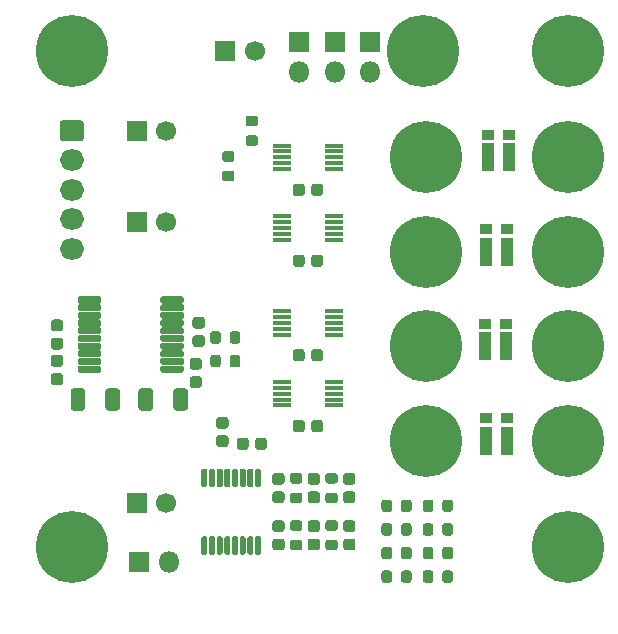
<source format=gbr>
%TF.GenerationSoftware,KiCad,Pcbnew,(5.1.6)-1*%
%TF.CreationDate,2021-10-10T19:01:51-07:00*%
%TF.ProjectId,PV Panel Monitor,50562050-616e-4656-9c20-4d6f6e69746f,rev?*%
%TF.SameCoordinates,Original*%
%TF.FileFunction,Soldermask,Top*%
%TF.FilePolarity,Negative*%
%FSLAX46Y46*%
G04 Gerber Fmt 4.6, Leading zero omitted, Abs format (unit mm)*
G04 Created by KiCad (PCBNEW (5.1.6)-1) date 2021-10-10 19:01:51*
%MOMM*%
%LPD*%
G01*
G04 APERTURE LIST*
%ADD10O,1.800000X1.800000*%
%ADD11R,1.800000X1.800000*%
%ADD12O,2.050000X1.800000*%
%ADD13C,1.700000*%
%ADD14R,1.700000X1.700000*%
%ADD15R,1.500000X0.400000*%
%ADD16C,6.100000*%
%ADD17C,0.900000*%
%ADD18R,1.110000X0.862000*%
%ADD19R,1.110000X2.387000*%
G04 APERTURE END LIST*
D10*
%TO.C,TP4*%
X62250000Y-97250000D03*
D11*
X59710000Y-97250000D03*
%TD*%
D10*
%TO.C,TP3*%
X76250000Y-55790000D03*
D11*
X76250000Y-53250000D03*
%TD*%
D10*
%TO.C,TP2*%
X79250000Y-55790000D03*
D11*
X79250000Y-53250000D03*
%TD*%
D10*
%TO.C,TP1*%
X73250000Y-55790000D03*
D11*
X73250000Y-53250000D03*
%TD*%
D12*
%TO.C,J1*%
X54000000Y-70750000D03*
X54000000Y-68250000D03*
X54000000Y-65750000D03*
X54000000Y-63250000D03*
G36*
G01*
X53239706Y-59850000D02*
X54760294Y-59850000D01*
G75*
G02*
X55025000Y-60114706I0J-264706D01*
G01*
X55025000Y-61385294D01*
G75*
G02*
X54760294Y-61650000I-264706J0D01*
G01*
X53239706Y-61650000D01*
G75*
G02*
X52975000Y-61385294I0J264706D01*
G01*
X52975000Y-60114706D01*
G75*
G02*
X53239706Y-59850000I264706J0D01*
G01*
G37*
%TD*%
D13*
%TO.C,C22*%
X62000000Y-68500000D03*
D14*
X59500000Y-68500000D03*
%TD*%
%TO.C,C19*%
G36*
G01*
X52475000Y-78275000D02*
X53025000Y-78275000D01*
G75*
G02*
X53275000Y-78525000I0J-250000D01*
G01*
X53275000Y-79025000D01*
G75*
G02*
X53025000Y-79275000I-250000J0D01*
G01*
X52475000Y-79275000D01*
G75*
G02*
X52225000Y-79025000I0J250000D01*
G01*
X52225000Y-78525000D01*
G75*
G02*
X52475000Y-78275000I250000J0D01*
G01*
G37*
G36*
G01*
X52475000Y-76725000D02*
X53025000Y-76725000D01*
G75*
G02*
X53275000Y-76975000I0J-250000D01*
G01*
X53275000Y-77475000D01*
G75*
G02*
X53025000Y-77725000I-250000J0D01*
G01*
X52475000Y-77725000D01*
G75*
G02*
X52225000Y-77475000I0J250000D01*
G01*
X52225000Y-76975000D01*
G75*
G02*
X52475000Y-76725000I250000J0D01*
G01*
G37*
%TD*%
D15*
%TO.C,U4*%
X76200000Y-82000000D03*
X76200000Y-82500000D03*
X76200000Y-83000000D03*
X76200000Y-83500000D03*
X76200000Y-84000000D03*
X71800000Y-84000000D03*
X71800000Y-83500000D03*
X71800000Y-83000000D03*
X71800000Y-82500000D03*
X71800000Y-82000000D03*
%TD*%
%TO.C,U3*%
X76200000Y-76000000D03*
X76200000Y-76500000D03*
X76200000Y-77000000D03*
X76200000Y-77500000D03*
X76200000Y-78000000D03*
X71800000Y-78000000D03*
X71800000Y-77500000D03*
X71800000Y-77000000D03*
X71800000Y-76500000D03*
X71800000Y-76000000D03*
%TD*%
%TO.C,U1*%
X76200000Y-62000000D03*
X76200000Y-62500000D03*
X76200000Y-63000000D03*
X76200000Y-63500000D03*
X76200000Y-64000000D03*
X71800000Y-64000000D03*
X71800000Y-63500000D03*
X71800000Y-63000000D03*
X71800000Y-62500000D03*
X71800000Y-62000000D03*
%TD*%
%TO.C,R20*%
G36*
G01*
X68950000Y-61125000D02*
X69550000Y-61125000D01*
G75*
G02*
X69775000Y-61350000I0J-225000D01*
G01*
X69775000Y-61800000D01*
G75*
G02*
X69550000Y-62025000I-225000J0D01*
G01*
X68950000Y-62025000D01*
G75*
G02*
X68725000Y-61800000I0J225000D01*
G01*
X68725000Y-61350000D01*
G75*
G02*
X68950000Y-61125000I225000J0D01*
G01*
G37*
G36*
G01*
X68950000Y-59475000D02*
X69550000Y-59475000D01*
G75*
G02*
X69775000Y-59700000I0J-225000D01*
G01*
X69775000Y-60150000D01*
G75*
G02*
X69550000Y-60375000I-225000J0D01*
G01*
X68950000Y-60375000D01*
G75*
G02*
X68725000Y-60150000I0J225000D01*
G01*
X68725000Y-59700000D01*
G75*
G02*
X68950000Y-59475000I225000J0D01*
G01*
G37*
%TD*%
%TO.C,R19*%
G36*
G01*
X66950000Y-64125000D02*
X67550000Y-64125000D01*
G75*
G02*
X67775000Y-64350000I0J-225000D01*
G01*
X67775000Y-64800000D01*
G75*
G02*
X67550000Y-65025000I-225000J0D01*
G01*
X66950000Y-65025000D01*
G75*
G02*
X66725000Y-64800000I0J225000D01*
G01*
X66725000Y-64350000D01*
G75*
G02*
X66950000Y-64125000I225000J0D01*
G01*
G37*
G36*
G01*
X66950000Y-62475000D02*
X67550000Y-62475000D01*
G75*
G02*
X67775000Y-62700000I0J-225000D01*
G01*
X67775000Y-63150000D01*
G75*
G02*
X67550000Y-63375000I-225000J0D01*
G01*
X66950000Y-63375000D01*
G75*
G02*
X66725000Y-63150000I0J225000D01*
G01*
X66725000Y-62700000D01*
G75*
G02*
X66950000Y-62475000I225000J0D01*
G01*
G37*
%TD*%
%TO.C,U2*%
X76200000Y-68000000D03*
X76200000Y-68500000D03*
X76200000Y-69000000D03*
X76200000Y-69500000D03*
X76200000Y-70000000D03*
X71800000Y-70000000D03*
X71800000Y-69500000D03*
X71800000Y-69000000D03*
X71800000Y-68500000D03*
X71800000Y-68000000D03*
%TD*%
%TO.C,C21*%
G36*
G01*
X55150000Y-82821738D02*
X55150000Y-84178262D01*
G75*
G02*
X54878262Y-84450000I-271738J0D01*
G01*
X54171738Y-84450000D01*
G75*
G02*
X53900000Y-84178262I0J271738D01*
G01*
X53900000Y-82821738D01*
G75*
G02*
X54171738Y-82550000I271738J0D01*
G01*
X54878262Y-82550000D01*
G75*
G02*
X55150000Y-82821738I0J-271738D01*
G01*
G37*
G36*
G01*
X58100000Y-82821738D02*
X58100000Y-84178262D01*
G75*
G02*
X57828262Y-84450000I-271738J0D01*
G01*
X57121738Y-84450000D01*
G75*
G02*
X56850000Y-84178262I0J271738D01*
G01*
X56850000Y-82821738D01*
G75*
G02*
X57121738Y-82550000I271738J0D01*
G01*
X57828262Y-82550000D01*
G75*
G02*
X58100000Y-82821738I0J-271738D01*
G01*
G37*
%TD*%
%TO.C,C20*%
G36*
G01*
X62600000Y-84178262D02*
X62600000Y-82821738D01*
G75*
G02*
X62871738Y-82550000I271738J0D01*
G01*
X63578262Y-82550000D01*
G75*
G02*
X63850000Y-82821738I0J-271738D01*
G01*
X63850000Y-84178262D01*
G75*
G02*
X63578262Y-84450000I-271738J0D01*
G01*
X62871738Y-84450000D01*
G75*
G02*
X62600000Y-84178262I0J271738D01*
G01*
G37*
G36*
G01*
X59650000Y-84178262D02*
X59650000Y-82821738D01*
G75*
G02*
X59921738Y-82550000I271738J0D01*
G01*
X60628262Y-82550000D01*
G75*
G02*
X60900000Y-82821738I0J-271738D01*
G01*
X60900000Y-84178262D01*
G75*
G02*
X60628262Y-84450000I-271738J0D01*
G01*
X59921738Y-84450000D01*
G75*
G02*
X59650000Y-84178262I0J271738D01*
G01*
G37*
%TD*%
D13*
%TO.C,C15*%
X62000000Y-60750000D03*
D14*
X59500000Y-60750000D03*
%TD*%
%TO.C,U5*%
G36*
G01*
X65350000Y-90925000D02*
X65100000Y-90925000D01*
G75*
G02*
X64975000Y-90800000I0J125000D01*
G01*
X64975000Y-89475000D01*
G75*
G02*
X65100000Y-89350000I125000J0D01*
G01*
X65350000Y-89350000D01*
G75*
G02*
X65475000Y-89475000I0J-125000D01*
G01*
X65475000Y-90800000D01*
G75*
G02*
X65350000Y-90925000I-125000J0D01*
G01*
G37*
G36*
G01*
X66000000Y-90925000D02*
X65750000Y-90925000D01*
G75*
G02*
X65625000Y-90800000I0J125000D01*
G01*
X65625000Y-89475000D01*
G75*
G02*
X65750000Y-89350000I125000J0D01*
G01*
X66000000Y-89350000D01*
G75*
G02*
X66125000Y-89475000I0J-125000D01*
G01*
X66125000Y-90800000D01*
G75*
G02*
X66000000Y-90925000I-125000J0D01*
G01*
G37*
G36*
G01*
X66650000Y-90925000D02*
X66400000Y-90925000D01*
G75*
G02*
X66275000Y-90800000I0J125000D01*
G01*
X66275000Y-89475000D01*
G75*
G02*
X66400000Y-89350000I125000J0D01*
G01*
X66650000Y-89350000D01*
G75*
G02*
X66775000Y-89475000I0J-125000D01*
G01*
X66775000Y-90800000D01*
G75*
G02*
X66650000Y-90925000I-125000J0D01*
G01*
G37*
G36*
G01*
X67300000Y-90925000D02*
X67050000Y-90925000D01*
G75*
G02*
X66925000Y-90800000I0J125000D01*
G01*
X66925000Y-89475000D01*
G75*
G02*
X67050000Y-89350000I125000J0D01*
G01*
X67300000Y-89350000D01*
G75*
G02*
X67425000Y-89475000I0J-125000D01*
G01*
X67425000Y-90800000D01*
G75*
G02*
X67300000Y-90925000I-125000J0D01*
G01*
G37*
G36*
G01*
X67950000Y-90925000D02*
X67700000Y-90925000D01*
G75*
G02*
X67575000Y-90800000I0J125000D01*
G01*
X67575000Y-89475000D01*
G75*
G02*
X67700000Y-89350000I125000J0D01*
G01*
X67950000Y-89350000D01*
G75*
G02*
X68075000Y-89475000I0J-125000D01*
G01*
X68075000Y-90800000D01*
G75*
G02*
X67950000Y-90925000I-125000J0D01*
G01*
G37*
G36*
G01*
X68600000Y-90925000D02*
X68350000Y-90925000D01*
G75*
G02*
X68225000Y-90800000I0J125000D01*
G01*
X68225000Y-89475000D01*
G75*
G02*
X68350000Y-89350000I125000J0D01*
G01*
X68600000Y-89350000D01*
G75*
G02*
X68725000Y-89475000I0J-125000D01*
G01*
X68725000Y-90800000D01*
G75*
G02*
X68600000Y-90925000I-125000J0D01*
G01*
G37*
G36*
G01*
X69250000Y-90925000D02*
X69000000Y-90925000D01*
G75*
G02*
X68875000Y-90800000I0J125000D01*
G01*
X68875000Y-89475000D01*
G75*
G02*
X69000000Y-89350000I125000J0D01*
G01*
X69250000Y-89350000D01*
G75*
G02*
X69375000Y-89475000I0J-125000D01*
G01*
X69375000Y-90800000D01*
G75*
G02*
X69250000Y-90925000I-125000J0D01*
G01*
G37*
G36*
G01*
X69900000Y-90925000D02*
X69650000Y-90925000D01*
G75*
G02*
X69525000Y-90800000I0J125000D01*
G01*
X69525000Y-89475000D01*
G75*
G02*
X69650000Y-89350000I125000J0D01*
G01*
X69900000Y-89350000D01*
G75*
G02*
X70025000Y-89475000I0J-125000D01*
G01*
X70025000Y-90800000D01*
G75*
G02*
X69900000Y-90925000I-125000J0D01*
G01*
G37*
G36*
G01*
X69900000Y-96650000D02*
X69650000Y-96650000D01*
G75*
G02*
X69525000Y-96525000I0J125000D01*
G01*
X69525000Y-95200000D01*
G75*
G02*
X69650000Y-95075000I125000J0D01*
G01*
X69900000Y-95075000D01*
G75*
G02*
X70025000Y-95200000I0J-125000D01*
G01*
X70025000Y-96525000D01*
G75*
G02*
X69900000Y-96650000I-125000J0D01*
G01*
G37*
G36*
G01*
X69250000Y-96650000D02*
X69000000Y-96650000D01*
G75*
G02*
X68875000Y-96525000I0J125000D01*
G01*
X68875000Y-95200000D01*
G75*
G02*
X69000000Y-95075000I125000J0D01*
G01*
X69250000Y-95075000D01*
G75*
G02*
X69375000Y-95200000I0J-125000D01*
G01*
X69375000Y-96525000D01*
G75*
G02*
X69250000Y-96650000I-125000J0D01*
G01*
G37*
G36*
G01*
X68600000Y-96650000D02*
X68350000Y-96650000D01*
G75*
G02*
X68225000Y-96525000I0J125000D01*
G01*
X68225000Y-95200000D01*
G75*
G02*
X68350000Y-95075000I125000J0D01*
G01*
X68600000Y-95075000D01*
G75*
G02*
X68725000Y-95200000I0J-125000D01*
G01*
X68725000Y-96525000D01*
G75*
G02*
X68600000Y-96650000I-125000J0D01*
G01*
G37*
G36*
G01*
X67950000Y-96650000D02*
X67700000Y-96650000D01*
G75*
G02*
X67575000Y-96525000I0J125000D01*
G01*
X67575000Y-95200000D01*
G75*
G02*
X67700000Y-95075000I125000J0D01*
G01*
X67950000Y-95075000D01*
G75*
G02*
X68075000Y-95200000I0J-125000D01*
G01*
X68075000Y-96525000D01*
G75*
G02*
X67950000Y-96650000I-125000J0D01*
G01*
G37*
G36*
G01*
X67300000Y-96650000D02*
X67050000Y-96650000D01*
G75*
G02*
X66925000Y-96525000I0J125000D01*
G01*
X66925000Y-95200000D01*
G75*
G02*
X67050000Y-95075000I125000J0D01*
G01*
X67300000Y-95075000D01*
G75*
G02*
X67425000Y-95200000I0J-125000D01*
G01*
X67425000Y-96525000D01*
G75*
G02*
X67300000Y-96650000I-125000J0D01*
G01*
G37*
G36*
G01*
X66650000Y-96650000D02*
X66400000Y-96650000D01*
G75*
G02*
X66275000Y-96525000I0J125000D01*
G01*
X66275000Y-95200000D01*
G75*
G02*
X66400000Y-95075000I125000J0D01*
G01*
X66650000Y-95075000D01*
G75*
G02*
X66775000Y-95200000I0J-125000D01*
G01*
X66775000Y-96525000D01*
G75*
G02*
X66650000Y-96650000I-125000J0D01*
G01*
G37*
G36*
G01*
X66000000Y-96650000D02*
X65750000Y-96650000D01*
G75*
G02*
X65625000Y-96525000I0J125000D01*
G01*
X65625000Y-95200000D01*
G75*
G02*
X65750000Y-95075000I125000J0D01*
G01*
X66000000Y-95075000D01*
G75*
G02*
X66125000Y-95200000I0J-125000D01*
G01*
X66125000Y-96525000D01*
G75*
G02*
X66000000Y-96650000I-125000J0D01*
G01*
G37*
G36*
G01*
X65350000Y-96650000D02*
X65100000Y-96650000D01*
G75*
G02*
X64975000Y-96525000I0J125000D01*
G01*
X64975000Y-95200000D01*
G75*
G02*
X65100000Y-95075000I125000J0D01*
G01*
X65350000Y-95075000D01*
G75*
G02*
X65475000Y-95200000I0J-125000D01*
G01*
X65475000Y-96525000D01*
G75*
G02*
X65350000Y-96650000I-125000J0D01*
G01*
G37*
%TD*%
%TO.C,U6*%
G36*
G01*
X61500000Y-75225000D02*
X61500000Y-74925000D01*
G75*
G02*
X61650000Y-74775000I150000J0D01*
G01*
X63350000Y-74775000D01*
G75*
G02*
X63500000Y-74925000I0J-150000D01*
G01*
X63500000Y-75225000D01*
G75*
G02*
X63350000Y-75375000I-150000J0D01*
G01*
X61650000Y-75375000D01*
G75*
G02*
X61500000Y-75225000I0J150000D01*
G01*
G37*
G36*
G01*
X61500000Y-75875000D02*
X61500000Y-75575000D01*
G75*
G02*
X61650000Y-75425000I150000J0D01*
G01*
X63350000Y-75425000D01*
G75*
G02*
X63500000Y-75575000I0J-150000D01*
G01*
X63500000Y-75875000D01*
G75*
G02*
X63350000Y-76025000I-150000J0D01*
G01*
X61650000Y-76025000D01*
G75*
G02*
X61500000Y-75875000I0J150000D01*
G01*
G37*
G36*
G01*
X61500000Y-76525000D02*
X61500000Y-76225000D01*
G75*
G02*
X61650000Y-76075000I150000J0D01*
G01*
X63350000Y-76075000D01*
G75*
G02*
X63500000Y-76225000I0J-150000D01*
G01*
X63500000Y-76525000D01*
G75*
G02*
X63350000Y-76675000I-150000J0D01*
G01*
X61650000Y-76675000D01*
G75*
G02*
X61500000Y-76525000I0J150000D01*
G01*
G37*
G36*
G01*
X61500000Y-77175000D02*
X61500000Y-76875000D01*
G75*
G02*
X61650000Y-76725000I150000J0D01*
G01*
X63350000Y-76725000D01*
G75*
G02*
X63500000Y-76875000I0J-150000D01*
G01*
X63500000Y-77175000D01*
G75*
G02*
X63350000Y-77325000I-150000J0D01*
G01*
X61650000Y-77325000D01*
G75*
G02*
X61500000Y-77175000I0J150000D01*
G01*
G37*
G36*
G01*
X61500000Y-77825000D02*
X61500000Y-77525000D01*
G75*
G02*
X61650000Y-77375000I150000J0D01*
G01*
X63350000Y-77375000D01*
G75*
G02*
X63500000Y-77525000I0J-150000D01*
G01*
X63500000Y-77825000D01*
G75*
G02*
X63350000Y-77975000I-150000J0D01*
G01*
X61650000Y-77975000D01*
G75*
G02*
X61500000Y-77825000I0J150000D01*
G01*
G37*
G36*
G01*
X61500000Y-78475000D02*
X61500000Y-78175000D01*
G75*
G02*
X61650000Y-78025000I150000J0D01*
G01*
X63350000Y-78025000D01*
G75*
G02*
X63500000Y-78175000I0J-150000D01*
G01*
X63500000Y-78475000D01*
G75*
G02*
X63350000Y-78625000I-150000J0D01*
G01*
X61650000Y-78625000D01*
G75*
G02*
X61500000Y-78475000I0J150000D01*
G01*
G37*
G36*
G01*
X61500000Y-79125000D02*
X61500000Y-78825000D01*
G75*
G02*
X61650000Y-78675000I150000J0D01*
G01*
X63350000Y-78675000D01*
G75*
G02*
X63500000Y-78825000I0J-150000D01*
G01*
X63500000Y-79125000D01*
G75*
G02*
X63350000Y-79275000I-150000J0D01*
G01*
X61650000Y-79275000D01*
G75*
G02*
X61500000Y-79125000I0J150000D01*
G01*
G37*
G36*
G01*
X61500000Y-79775000D02*
X61500000Y-79475000D01*
G75*
G02*
X61650000Y-79325000I150000J0D01*
G01*
X63350000Y-79325000D01*
G75*
G02*
X63500000Y-79475000I0J-150000D01*
G01*
X63500000Y-79775000D01*
G75*
G02*
X63350000Y-79925000I-150000J0D01*
G01*
X61650000Y-79925000D01*
G75*
G02*
X61500000Y-79775000I0J150000D01*
G01*
G37*
G36*
G01*
X61500000Y-80425000D02*
X61500000Y-80125000D01*
G75*
G02*
X61650000Y-79975000I150000J0D01*
G01*
X63350000Y-79975000D01*
G75*
G02*
X63500000Y-80125000I0J-150000D01*
G01*
X63500000Y-80425000D01*
G75*
G02*
X63350000Y-80575000I-150000J0D01*
G01*
X61650000Y-80575000D01*
G75*
G02*
X61500000Y-80425000I0J150000D01*
G01*
G37*
G36*
G01*
X61500000Y-81075000D02*
X61500000Y-80775000D01*
G75*
G02*
X61650000Y-80625000I150000J0D01*
G01*
X63350000Y-80625000D01*
G75*
G02*
X63500000Y-80775000I0J-150000D01*
G01*
X63500000Y-81075000D01*
G75*
G02*
X63350000Y-81225000I-150000J0D01*
G01*
X61650000Y-81225000D01*
G75*
G02*
X61500000Y-81075000I0J150000D01*
G01*
G37*
G36*
G01*
X54500000Y-81075000D02*
X54500000Y-80775000D01*
G75*
G02*
X54650000Y-80625000I150000J0D01*
G01*
X56350000Y-80625000D01*
G75*
G02*
X56500000Y-80775000I0J-150000D01*
G01*
X56500000Y-81075000D01*
G75*
G02*
X56350000Y-81225000I-150000J0D01*
G01*
X54650000Y-81225000D01*
G75*
G02*
X54500000Y-81075000I0J150000D01*
G01*
G37*
G36*
G01*
X54500000Y-80425000D02*
X54500000Y-80125000D01*
G75*
G02*
X54650000Y-79975000I150000J0D01*
G01*
X56350000Y-79975000D01*
G75*
G02*
X56500000Y-80125000I0J-150000D01*
G01*
X56500000Y-80425000D01*
G75*
G02*
X56350000Y-80575000I-150000J0D01*
G01*
X54650000Y-80575000D01*
G75*
G02*
X54500000Y-80425000I0J150000D01*
G01*
G37*
G36*
G01*
X54500000Y-79775000D02*
X54500000Y-79475000D01*
G75*
G02*
X54650000Y-79325000I150000J0D01*
G01*
X56350000Y-79325000D01*
G75*
G02*
X56500000Y-79475000I0J-150000D01*
G01*
X56500000Y-79775000D01*
G75*
G02*
X56350000Y-79925000I-150000J0D01*
G01*
X54650000Y-79925000D01*
G75*
G02*
X54500000Y-79775000I0J150000D01*
G01*
G37*
G36*
G01*
X54500000Y-79125000D02*
X54500000Y-78825000D01*
G75*
G02*
X54650000Y-78675000I150000J0D01*
G01*
X56350000Y-78675000D01*
G75*
G02*
X56500000Y-78825000I0J-150000D01*
G01*
X56500000Y-79125000D01*
G75*
G02*
X56350000Y-79275000I-150000J0D01*
G01*
X54650000Y-79275000D01*
G75*
G02*
X54500000Y-79125000I0J150000D01*
G01*
G37*
G36*
G01*
X54500000Y-78475000D02*
X54500000Y-78175000D01*
G75*
G02*
X54650000Y-78025000I150000J0D01*
G01*
X56350000Y-78025000D01*
G75*
G02*
X56500000Y-78175000I0J-150000D01*
G01*
X56500000Y-78475000D01*
G75*
G02*
X56350000Y-78625000I-150000J0D01*
G01*
X54650000Y-78625000D01*
G75*
G02*
X54500000Y-78475000I0J150000D01*
G01*
G37*
G36*
G01*
X54500000Y-77825000D02*
X54500000Y-77525000D01*
G75*
G02*
X54650000Y-77375000I150000J0D01*
G01*
X56350000Y-77375000D01*
G75*
G02*
X56500000Y-77525000I0J-150000D01*
G01*
X56500000Y-77825000D01*
G75*
G02*
X56350000Y-77975000I-150000J0D01*
G01*
X54650000Y-77975000D01*
G75*
G02*
X54500000Y-77825000I0J150000D01*
G01*
G37*
G36*
G01*
X54500000Y-77175000D02*
X54500000Y-76875000D01*
G75*
G02*
X54650000Y-76725000I150000J0D01*
G01*
X56350000Y-76725000D01*
G75*
G02*
X56500000Y-76875000I0J-150000D01*
G01*
X56500000Y-77175000D01*
G75*
G02*
X56350000Y-77325000I-150000J0D01*
G01*
X54650000Y-77325000D01*
G75*
G02*
X54500000Y-77175000I0J150000D01*
G01*
G37*
G36*
G01*
X54500000Y-76525000D02*
X54500000Y-76225000D01*
G75*
G02*
X54650000Y-76075000I150000J0D01*
G01*
X56350000Y-76075000D01*
G75*
G02*
X56500000Y-76225000I0J-150000D01*
G01*
X56500000Y-76525000D01*
G75*
G02*
X56350000Y-76675000I-150000J0D01*
G01*
X54650000Y-76675000D01*
G75*
G02*
X54500000Y-76525000I0J150000D01*
G01*
G37*
G36*
G01*
X54500000Y-75875000D02*
X54500000Y-75575000D01*
G75*
G02*
X54650000Y-75425000I150000J0D01*
G01*
X56350000Y-75425000D01*
G75*
G02*
X56500000Y-75575000I0J-150000D01*
G01*
X56500000Y-75875000D01*
G75*
G02*
X56350000Y-76025000I-150000J0D01*
G01*
X54650000Y-76025000D01*
G75*
G02*
X54500000Y-75875000I0J150000D01*
G01*
G37*
G36*
G01*
X54500000Y-75225000D02*
X54500000Y-74925000D01*
G75*
G02*
X54650000Y-74775000I150000J0D01*
G01*
X56350000Y-74775000D01*
G75*
G02*
X56500000Y-74925000I0J-150000D01*
G01*
X56500000Y-75225000D01*
G75*
G02*
X56350000Y-75375000I-150000J0D01*
G01*
X54650000Y-75375000D01*
G75*
G02*
X54500000Y-75225000I0J150000D01*
G01*
G37*
%TD*%
%TO.C,R18*%
G36*
G01*
X67375000Y-80550000D02*
X67375000Y-79950000D01*
G75*
G02*
X67600000Y-79725000I225000J0D01*
G01*
X68050000Y-79725000D01*
G75*
G02*
X68275000Y-79950000I0J-225000D01*
G01*
X68275000Y-80550000D01*
G75*
G02*
X68050000Y-80775000I-225000J0D01*
G01*
X67600000Y-80775000D01*
G75*
G02*
X67375000Y-80550000I0J225000D01*
G01*
G37*
G36*
G01*
X65725000Y-80550000D02*
X65725000Y-79950000D01*
G75*
G02*
X65950000Y-79725000I225000J0D01*
G01*
X66400000Y-79725000D01*
G75*
G02*
X66625000Y-79950000I0J-225000D01*
G01*
X66625000Y-80550000D01*
G75*
G02*
X66400000Y-80775000I-225000J0D01*
G01*
X65950000Y-80775000D01*
G75*
G02*
X65725000Y-80550000I0J225000D01*
G01*
G37*
%TD*%
%TO.C,R17*%
G36*
G01*
X66625000Y-77950000D02*
X66625000Y-78550000D01*
G75*
G02*
X66400000Y-78775000I-225000J0D01*
G01*
X65950000Y-78775000D01*
G75*
G02*
X65725000Y-78550000I0J225000D01*
G01*
X65725000Y-77950000D01*
G75*
G02*
X65950000Y-77725000I225000J0D01*
G01*
X66400000Y-77725000D01*
G75*
G02*
X66625000Y-77950000I0J-225000D01*
G01*
G37*
G36*
G01*
X68275000Y-77950000D02*
X68275000Y-78550000D01*
G75*
G02*
X68050000Y-78775000I-225000J0D01*
G01*
X67600000Y-78775000D01*
G75*
G02*
X67375000Y-78550000I0J225000D01*
G01*
X67375000Y-77950000D01*
G75*
G02*
X67600000Y-77725000I225000J0D01*
G01*
X68050000Y-77725000D01*
G75*
G02*
X68275000Y-77950000I0J-225000D01*
G01*
G37*
%TD*%
D16*
%TO.C,H4*%
X54000000Y-96000000D03*
D17*
X56250000Y-96000000D03*
X55590990Y-97590990D03*
X54000000Y-98250000D03*
X52409010Y-97590990D03*
X51750000Y-96000000D03*
X52409010Y-94409010D03*
X54000000Y-93750000D03*
X55590990Y-94409010D03*
%TD*%
D16*
%TO.C,H3*%
X96000000Y-54000000D03*
D17*
X98250000Y-54000000D03*
X97590990Y-55590990D03*
X96000000Y-56250000D03*
X94409010Y-55590990D03*
X93750000Y-54000000D03*
X94409010Y-52409010D03*
X96000000Y-51750000D03*
X97590990Y-52409010D03*
%TD*%
D16*
%TO.C,H2*%
X54000000Y-54000000D03*
D17*
X56250000Y-54000000D03*
X55590990Y-55590990D03*
X54000000Y-56250000D03*
X52409010Y-55590990D03*
X51750000Y-54000000D03*
X52409010Y-52409010D03*
X54000000Y-51750000D03*
X55590990Y-52409010D03*
%TD*%
D16*
%TO.C,H1*%
X96000000Y-96000000D03*
D17*
X98250000Y-96000000D03*
X97590990Y-97590990D03*
X96000000Y-98250000D03*
X94409010Y-97590990D03*
X93750000Y-96000000D03*
X94409010Y-94409010D03*
X96000000Y-93750000D03*
X97590990Y-94409010D03*
%TD*%
%TO.C,Gnd1*%
X85340990Y-52409010D03*
X83750000Y-51750000D03*
X82159010Y-52409010D03*
X81500000Y-54000000D03*
X82159010Y-55590990D03*
X83750000Y-56250000D03*
X85340990Y-55590990D03*
X86000000Y-54000000D03*
D16*
X83750000Y-54000000D03*
%TD*%
%TO.C,C18*%
G36*
G01*
X64475000Y-78050000D02*
X65025000Y-78050000D01*
G75*
G02*
X65275000Y-78300000I0J-250000D01*
G01*
X65275000Y-78800000D01*
G75*
G02*
X65025000Y-79050000I-250000J0D01*
G01*
X64475000Y-79050000D01*
G75*
G02*
X64225000Y-78800000I0J250000D01*
G01*
X64225000Y-78300000D01*
G75*
G02*
X64475000Y-78050000I250000J0D01*
G01*
G37*
G36*
G01*
X64475000Y-76500000D02*
X65025000Y-76500000D01*
G75*
G02*
X65275000Y-76750000I0J-250000D01*
G01*
X65275000Y-77250000D01*
G75*
G02*
X65025000Y-77500000I-250000J0D01*
G01*
X64475000Y-77500000D01*
G75*
G02*
X64225000Y-77250000I0J250000D01*
G01*
X64225000Y-76750000D01*
G75*
G02*
X64475000Y-76500000I250000J0D01*
G01*
G37*
%TD*%
%TO.C,C17*%
G36*
G01*
X64225000Y-81525000D02*
X64775000Y-81525000D01*
G75*
G02*
X65025000Y-81775000I0J-250000D01*
G01*
X65025000Y-82275000D01*
G75*
G02*
X64775000Y-82525000I-250000J0D01*
G01*
X64225000Y-82525000D01*
G75*
G02*
X63975000Y-82275000I0J250000D01*
G01*
X63975000Y-81775000D01*
G75*
G02*
X64225000Y-81525000I250000J0D01*
G01*
G37*
G36*
G01*
X64225000Y-79975000D02*
X64775000Y-79975000D01*
G75*
G02*
X65025000Y-80225000I0J-250000D01*
G01*
X65025000Y-80725000D01*
G75*
G02*
X64775000Y-80975000I-250000J0D01*
G01*
X64225000Y-80975000D01*
G75*
G02*
X63975000Y-80725000I0J250000D01*
G01*
X63975000Y-80225000D01*
G75*
G02*
X64225000Y-79975000I250000J0D01*
G01*
G37*
%TD*%
%TO.C,C16*%
G36*
G01*
X52475000Y-81275000D02*
X53025000Y-81275000D01*
G75*
G02*
X53275000Y-81525000I0J-250000D01*
G01*
X53275000Y-82025000D01*
G75*
G02*
X53025000Y-82275000I-250000J0D01*
G01*
X52475000Y-82275000D01*
G75*
G02*
X52225000Y-82025000I0J250000D01*
G01*
X52225000Y-81525000D01*
G75*
G02*
X52475000Y-81275000I250000J0D01*
G01*
G37*
G36*
G01*
X52475000Y-79725000D02*
X53025000Y-79725000D01*
G75*
G02*
X53275000Y-79975000I0J-250000D01*
G01*
X53275000Y-80475000D01*
G75*
G02*
X53025000Y-80725000I-250000J0D01*
G01*
X52475000Y-80725000D01*
G75*
G02*
X52225000Y-80475000I0J250000D01*
G01*
X52225000Y-79975000D01*
G75*
G02*
X52475000Y-79725000I250000J0D01*
G01*
G37*
%TD*%
%TO.C,R16*%
G36*
G01*
X75700000Y-91375000D02*
X76300000Y-91375000D01*
G75*
G02*
X76525000Y-91600000I0J-225000D01*
G01*
X76525000Y-92050000D01*
G75*
G02*
X76300000Y-92275000I-225000J0D01*
G01*
X75700000Y-92275000D01*
G75*
G02*
X75475000Y-92050000I0J225000D01*
G01*
X75475000Y-91600000D01*
G75*
G02*
X75700000Y-91375000I225000J0D01*
G01*
G37*
G36*
G01*
X75700000Y-89725000D02*
X76300000Y-89725000D01*
G75*
G02*
X76525000Y-89950000I0J-225000D01*
G01*
X76525000Y-90400000D01*
G75*
G02*
X76300000Y-90625000I-225000J0D01*
G01*
X75700000Y-90625000D01*
G75*
G02*
X75475000Y-90400000I0J225000D01*
G01*
X75475000Y-89950000D01*
G75*
G02*
X75700000Y-89725000I225000J0D01*
G01*
G37*
%TD*%
%TO.C,R15*%
G36*
G01*
X72700000Y-91375000D02*
X73300000Y-91375000D01*
G75*
G02*
X73525000Y-91600000I0J-225000D01*
G01*
X73525000Y-92050000D01*
G75*
G02*
X73300000Y-92275000I-225000J0D01*
G01*
X72700000Y-92275000D01*
G75*
G02*
X72475000Y-92050000I0J225000D01*
G01*
X72475000Y-91600000D01*
G75*
G02*
X72700000Y-91375000I225000J0D01*
G01*
G37*
G36*
G01*
X72700000Y-89725000D02*
X73300000Y-89725000D01*
G75*
G02*
X73525000Y-89950000I0J-225000D01*
G01*
X73525000Y-90400000D01*
G75*
G02*
X73300000Y-90625000I-225000J0D01*
G01*
X72700000Y-90625000D01*
G75*
G02*
X72475000Y-90400000I0J225000D01*
G01*
X72475000Y-89950000D01*
G75*
G02*
X72700000Y-89725000I225000J0D01*
G01*
G37*
%TD*%
%TO.C,R14*%
G36*
G01*
X73300000Y-94625000D02*
X72700000Y-94625000D01*
G75*
G02*
X72475000Y-94400000I0J225000D01*
G01*
X72475000Y-93950000D01*
G75*
G02*
X72700000Y-93725000I225000J0D01*
G01*
X73300000Y-93725000D01*
G75*
G02*
X73525000Y-93950000I0J-225000D01*
G01*
X73525000Y-94400000D01*
G75*
G02*
X73300000Y-94625000I-225000J0D01*
G01*
G37*
G36*
G01*
X73300000Y-96275000D02*
X72700000Y-96275000D01*
G75*
G02*
X72475000Y-96050000I0J225000D01*
G01*
X72475000Y-95600000D01*
G75*
G02*
X72700000Y-95375000I225000J0D01*
G01*
X73300000Y-95375000D01*
G75*
G02*
X73525000Y-95600000I0J-225000D01*
G01*
X73525000Y-96050000D01*
G75*
G02*
X73300000Y-96275000I-225000J0D01*
G01*
G37*
%TD*%
%TO.C,R13*%
G36*
G01*
X76300000Y-94625000D02*
X75700000Y-94625000D01*
G75*
G02*
X75475000Y-94400000I0J225000D01*
G01*
X75475000Y-93950000D01*
G75*
G02*
X75700000Y-93725000I225000J0D01*
G01*
X76300000Y-93725000D01*
G75*
G02*
X76525000Y-93950000I0J-225000D01*
G01*
X76525000Y-94400000D01*
G75*
G02*
X76300000Y-94625000I-225000J0D01*
G01*
G37*
G36*
G01*
X76300000Y-96275000D02*
X75700000Y-96275000D01*
G75*
G02*
X75475000Y-96050000I0J225000D01*
G01*
X75475000Y-95600000D01*
G75*
G02*
X75700000Y-95375000I225000J0D01*
G01*
X76300000Y-95375000D01*
G75*
G02*
X76525000Y-95600000I0J-225000D01*
G01*
X76525000Y-96050000D01*
G75*
G02*
X76300000Y-96275000I-225000J0D01*
G01*
G37*
%TD*%
%TO.C,R12*%
G36*
G01*
X81125000Y-92200000D02*
X81125000Y-92800000D01*
G75*
G02*
X80900000Y-93025000I-225000J0D01*
G01*
X80450000Y-93025000D01*
G75*
G02*
X80225000Y-92800000I0J225000D01*
G01*
X80225000Y-92200000D01*
G75*
G02*
X80450000Y-91975000I225000J0D01*
G01*
X80900000Y-91975000D01*
G75*
G02*
X81125000Y-92200000I0J-225000D01*
G01*
G37*
G36*
G01*
X82775000Y-92200000D02*
X82775000Y-92800000D01*
G75*
G02*
X82550000Y-93025000I-225000J0D01*
G01*
X82100000Y-93025000D01*
G75*
G02*
X81875000Y-92800000I0J225000D01*
G01*
X81875000Y-92200000D01*
G75*
G02*
X82100000Y-91975000I225000J0D01*
G01*
X82550000Y-91975000D01*
G75*
G02*
X82775000Y-92200000I0J-225000D01*
G01*
G37*
%TD*%
%TO.C,R11*%
G36*
G01*
X81125000Y-94200000D02*
X81125000Y-94800000D01*
G75*
G02*
X80900000Y-95025000I-225000J0D01*
G01*
X80450000Y-95025000D01*
G75*
G02*
X80225000Y-94800000I0J225000D01*
G01*
X80225000Y-94200000D01*
G75*
G02*
X80450000Y-93975000I225000J0D01*
G01*
X80900000Y-93975000D01*
G75*
G02*
X81125000Y-94200000I0J-225000D01*
G01*
G37*
G36*
G01*
X82775000Y-94200000D02*
X82775000Y-94800000D01*
G75*
G02*
X82550000Y-95025000I-225000J0D01*
G01*
X82100000Y-95025000D01*
G75*
G02*
X81875000Y-94800000I0J225000D01*
G01*
X81875000Y-94200000D01*
G75*
G02*
X82100000Y-93975000I225000J0D01*
G01*
X82550000Y-93975000D01*
G75*
G02*
X82775000Y-94200000I0J-225000D01*
G01*
G37*
%TD*%
%TO.C,R10*%
G36*
G01*
X81125000Y-96200000D02*
X81125000Y-96800000D01*
G75*
G02*
X80900000Y-97025000I-225000J0D01*
G01*
X80450000Y-97025000D01*
G75*
G02*
X80225000Y-96800000I0J225000D01*
G01*
X80225000Y-96200000D01*
G75*
G02*
X80450000Y-95975000I225000J0D01*
G01*
X80900000Y-95975000D01*
G75*
G02*
X81125000Y-96200000I0J-225000D01*
G01*
G37*
G36*
G01*
X82775000Y-96200000D02*
X82775000Y-96800000D01*
G75*
G02*
X82550000Y-97025000I-225000J0D01*
G01*
X82100000Y-97025000D01*
G75*
G02*
X81875000Y-96800000I0J225000D01*
G01*
X81875000Y-96200000D01*
G75*
G02*
X82100000Y-95975000I225000J0D01*
G01*
X82550000Y-95975000D01*
G75*
G02*
X82775000Y-96200000I0J-225000D01*
G01*
G37*
%TD*%
%TO.C,R9*%
G36*
G01*
X81125000Y-98200000D02*
X81125000Y-98800000D01*
G75*
G02*
X80900000Y-99025000I-225000J0D01*
G01*
X80450000Y-99025000D01*
G75*
G02*
X80225000Y-98800000I0J225000D01*
G01*
X80225000Y-98200000D01*
G75*
G02*
X80450000Y-97975000I225000J0D01*
G01*
X80900000Y-97975000D01*
G75*
G02*
X81125000Y-98200000I0J-225000D01*
G01*
G37*
G36*
G01*
X82775000Y-98200000D02*
X82775000Y-98800000D01*
G75*
G02*
X82550000Y-99025000I-225000J0D01*
G01*
X82100000Y-99025000D01*
G75*
G02*
X81875000Y-98800000I0J225000D01*
G01*
X81875000Y-98200000D01*
G75*
G02*
X82100000Y-97975000I225000J0D01*
G01*
X82550000Y-97975000D01*
G75*
G02*
X82775000Y-98200000I0J-225000D01*
G01*
G37*
%TD*%
%TO.C,R8*%
G36*
G01*
X84625000Y-92200000D02*
X84625000Y-92800000D01*
G75*
G02*
X84400000Y-93025000I-225000J0D01*
G01*
X83950000Y-93025000D01*
G75*
G02*
X83725000Y-92800000I0J225000D01*
G01*
X83725000Y-92200000D01*
G75*
G02*
X83950000Y-91975000I225000J0D01*
G01*
X84400000Y-91975000D01*
G75*
G02*
X84625000Y-92200000I0J-225000D01*
G01*
G37*
G36*
G01*
X86275000Y-92200000D02*
X86275000Y-92800000D01*
G75*
G02*
X86050000Y-93025000I-225000J0D01*
G01*
X85600000Y-93025000D01*
G75*
G02*
X85375000Y-92800000I0J225000D01*
G01*
X85375000Y-92200000D01*
G75*
G02*
X85600000Y-91975000I225000J0D01*
G01*
X86050000Y-91975000D01*
G75*
G02*
X86275000Y-92200000I0J-225000D01*
G01*
G37*
%TD*%
%TO.C,R7*%
G36*
G01*
X84625000Y-94200000D02*
X84625000Y-94800000D01*
G75*
G02*
X84400000Y-95025000I-225000J0D01*
G01*
X83950000Y-95025000D01*
G75*
G02*
X83725000Y-94800000I0J225000D01*
G01*
X83725000Y-94200000D01*
G75*
G02*
X83950000Y-93975000I225000J0D01*
G01*
X84400000Y-93975000D01*
G75*
G02*
X84625000Y-94200000I0J-225000D01*
G01*
G37*
G36*
G01*
X86275000Y-94200000D02*
X86275000Y-94800000D01*
G75*
G02*
X86050000Y-95025000I-225000J0D01*
G01*
X85600000Y-95025000D01*
G75*
G02*
X85375000Y-94800000I0J225000D01*
G01*
X85375000Y-94200000D01*
G75*
G02*
X85600000Y-93975000I225000J0D01*
G01*
X86050000Y-93975000D01*
G75*
G02*
X86275000Y-94200000I0J-225000D01*
G01*
G37*
%TD*%
%TO.C,R6*%
G36*
G01*
X84625000Y-96200000D02*
X84625000Y-96800000D01*
G75*
G02*
X84400000Y-97025000I-225000J0D01*
G01*
X83950000Y-97025000D01*
G75*
G02*
X83725000Y-96800000I0J225000D01*
G01*
X83725000Y-96200000D01*
G75*
G02*
X83950000Y-95975000I225000J0D01*
G01*
X84400000Y-95975000D01*
G75*
G02*
X84625000Y-96200000I0J-225000D01*
G01*
G37*
G36*
G01*
X86275000Y-96200000D02*
X86275000Y-96800000D01*
G75*
G02*
X86050000Y-97025000I-225000J0D01*
G01*
X85600000Y-97025000D01*
G75*
G02*
X85375000Y-96800000I0J225000D01*
G01*
X85375000Y-96200000D01*
G75*
G02*
X85600000Y-95975000I225000J0D01*
G01*
X86050000Y-95975000D01*
G75*
G02*
X86275000Y-96200000I0J-225000D01*
G01*
G37*
%TD*%
%TO.C,R5*%
G36*
G01*
X84625000Y-98200000D02*
X84625000Y-98800000D01*
G75*
G02*
X84400000Y-99025000I-225000J0D01*
G01*
X83950000Y-99025000D01*
G75*
G02*
X83725000Y-98800000I0J225000D01*
G01*
X83725000Y-98200000D01*
G75*
G02*
X83950000Y-97975000I225000J0D01*
G01*
X84400000Y-97975000D01*
G75*
G02*
X84625000Y-98200000I0J-225000D01*
G01*
G37*
G36*
G01*
X86275000Y-98200000D02*
X86275000Y-98800000D01*
G75*
G02*
X86050000Y-99025000I-225000J0D01*
G01*
X85600000Y-99025000D01*
G75*
G02*
X85375000Y-98800000I0J225000D01*
G01*
X85375000Y-98200000D01*
G75*
G02*
X85600000Y-97975000I225000J0D01*
G01*
X86050000Y-97975000D01*
G75*
G02*
X86275000Y-98200000I0J-225000D01*
G01*
G37*
%TD*%
%TO.C,C14*%
G36*
G01*
X77225000Y-91275000D02*
X77775000Y-91275000D01*
G75*
G02*
X78025000Y-91525000I0J-250000D01*
G01*
X78025000Y-92025000D01*
G75*
G02*
X77775000Y-92275000I-250000J0D01*
G01*
X77225000Y-92275000D01*
G75*
G02*
X76975000Y-92025000I0J250000D01*
G01*
X76975000Y-91525000D01*
G75*
G02*
X77225000Y-91275000I250000J0D01*
G01*
G37*
G36*
G01*
X77225000Y-89725000D02*
X77775000Y-89725000D01*
G75*
G02*
X78025000Y-89975000I0J-250000D01*
G01*
X78025000Y-90475000D01*
G75*
G02*
X77775000Y-90725000I-250000J0D01*
G01*
X77225000Y-90725000D01*
G75*
G02*
X76975000Y-90475000I0J250000D01*
G01*
X76975000Y-89975000D01*
G75*
G02*
X77225000Y-89725000I250000J0D01*
G01*
G37*
%TD*%
%TO.C,C13*%
G36*
G01*
X74225000Y-91275000D02*
X74775000Y-91275000D01*
G75*
G02*
X75025000Y-91525000I0J-250000D01*
G01*
X75025000Y-92025000D01*
G75*
G02*
X74775000Y-92275000I-250000J0D01*
G01*
X74225000Y-92275000D01*
G75*
G02*
X73975000Y-92025000I0J250000D01*
G01*
X73975000Y-91525000D01*
G75*
G02*
X74225000Y-91275000I250000J0D01*
G01*
G37*
G36*
G01*
X74225000Y-89725000D02*
X74775000Y-89725000D01*
G75*
G02*
X75025000Y-89975000I0J-250000D01*
G01*
X75025000Y-90475000D01*
G75*
G02*
X74775000Y-90725000I-250000J0D01*
G01*
X74225000Y-90725000D01*
G75*
G02*
X73975000Y-90475000I0J250000D01*
G01*
X73975000Y-89975000D01*
G75*
G02*
X74225000Y-89725000I250000J0D01*
G01*
G37*
%TD*%
%TO.C,C12*%
G36*
G01*
X74775000Y-94725000D02*
X74225000Y-94725000D01*
G75*
G02*
X73975000Y-94475000I0J250000D01*
G01*
X73975000Y-93975000D01*
G75*
G02*
X74225000Y-93725000I250000J0D01*
G01*
X74775000Y-93725000D01*
G75*
G02*
X75025000Y-93975000I0J-250000D01*
G01*
X75025000Y-94475000D01*
G75*
G02*
X74775000Y-94725000I-250000J0D01*
G01*
G37*
G36*
G01*
X74775000Y-96275000D02*
X74225000Y-96275000D01*
G75*
G02*
X73975000Y-96025000I0J250000D01*
G01*
X73975000Y-95525000D01*
G75*
G02*
X74225000Y-95275000I250000J0D01*
G01*
X74775000Y-95275000D01*
G75*
G02*
X75025000Y-95525000I0J-250000D01*
G01*
X75025000Y-96025000D01*
G75*
G02*
X74775000Y-96275000I-250000J0D01*
G01*
G37*
%TD*%
%TO.C,C11*%
G36*
G01*
X77775000Y-94725000D02*
X77225000Y-94725000D01*
G75*
G02*
X76975000Y-94475000I0J250000D01*
G01*
X76975000Y-93975000D01*
G75*
G02*
X77225000Y-93725000I250000J0D01*
G01*
X77775000Y-93725000D01*
G75*
G02*
X78025000Y-93975000I0J-250000D01*
G01*
X78025000Y-94475000D01*
G75*
G02*
X77775000Y-94725000I-250000J0D01*
G01*
G37*
G36*
G01*
X77775000Y-96275000D02*
X77225000Y-96275000D01*
G75*
G02*
X76975000Y-96025000I0J250000D01*
G01*
X76975000Y-95525000D01*
G75*
G02*
X77225000Y-95275000I250000J0D01*
G01*
X77775000Y-95275000D01*
G75*
G02*
X78025000Y-95525000I0J-250000D01*
G01*
X78025000Y-96025000D01*
G75*
G02*
X77775000Y-96275000I-250000J0D01*
G01*
G37*
%TD*%
%TO.C,C10*%
G36*
G01*
X71225000Y-91275000D02*
X71775000Y-91275000D01*
G75*
G02*
X72025000Y-91525000I0J-250000D01*
G01*
X72025000Y-92025000D01*
G75*
G02*
X71775000Y-92275000I-250000J0D01*
G01*
X71225000Y-92275000D01*
G75*
G02*
X70975000Y-92025000I0J250000D01*
G01*
X70975000Y-91525000D01*
G75*
G02*
X71225000Y-91275000I250000J0D01*
G01*
G37*
G36*
G01*
X71225000Y-89725000D02*
X71775000Y-89725000D01*
G75*
G02*
X72025000Y-89975000I0J-250000D01*
G01*
X72025000Y-90475000D01*
G75*
G02*
X71775000Y-90725000I-250000J0D01*
G01*
X71225000Y-90725000D01*
G75*
G02*
X70975000Y-90475000I0J250000D01*
G01*
X70975000Y-89975000D01*
G75*
G02*
X71225000Y-89725000I250000J0D01*
G01*
G37*
%TD*%
%TO.C,C9*%
G36*
G01*
X71775000Y-94725000D02*
X71225000Y-94725000D01*
G75*
G02*
X70975000Y-94475000I0J250000D01*
G01*
X70975000Y-93975000D01*
G75*
G02*
X71225000Y-93725000I250000J0D01*
G01*
X71775000Y-93725000D01*
G75*
G02*
X72025000Y-93975000I0J-250000D01*
G01*
X72025000Y-94475000D01*
G75*
G02*
X71775000Y-94725000I-250000J0D01*
G01*
G37*
G36*
G01*
X71775000Y-96275000D02*
X71225000Y-96275000D01*
G75*
G02*
X70975000Y-96025000I0J250000D01*
G01*
X70975000Y-95525000D01*
G75*
G02*
X71225000Y-95275000I250000J0D01*
G01*
X71775000Y-95275000D01*
G75*
G02*
X72025000Y-95525000I0J-250000D01*
G01*
X72025000Y-96025000D01*
G75*
G02*
X71775000Y-96275000I-250000J0D01*
G01*
G37*
%TD*%
%TO.C,C8*%
G36*
G01*
X67025000Y-85975000D02*
X66475000Y-85975000D01*
G75*
G02*
X66225000Y-85725000I0J250000D01*
G01*
X66225000Y-85225000D01*
G75*
G02*
X66475000Y-84975000I250000J0D01*
G01*
X67025000Y-84975000D01*
G75*
G02*
X67275000Y-85225000I0J-250000D01*
G01*
X67275000Y-85725000D01*
G75*
G02*
X67025000Y-85975000I-250000J0D01*
G01*
G37*
G36*
G01*
X67025000Y-87525000D02*
X66475000Y-87525000D01*
G75*
G02*
X66225000Y-87275000I0J250000D01*
G01*
X66225000Y-86775000D01*
G75*
G02*
X66475000Y-86525000I250000J0D01*
G01*
X67025000Y-86525000D01*
G75*
G02*
X67275000Y-86775000I0J-250000D01*
G01*
X67275000Y-87275000D01*
G75*
G02*
X67025000Y-87525000I-250000J0D01*
G01*
G37*
%TD*%
%TO.C,C7*%
G36*
G01*
X69525000Y-87525000D02*
X69525000Y-86975000D01*
G75*
G02*
X69775000Y-86725000I250000J0D01*
G01*
X70275000Y-86725000D01*
G75*
G02*
X70525000Y-86975000I0J-250000D01*
G01*
X70525000Y-87525000D01*
G75*
G02*
X70275000Y-87775000I-250000J0D01*
G01*
X69775000Y-87775000D01*
G75*
G02*
X69525000Y-87525000I0J250000D01*
G01*
G37*
G36*
G01*
X67975000Y-87525000D02*
X67975000Y-86975000D01*
G75*
G02*
X68225000Y-86725000I250000J0D01*
G01*
X68725000Y-86725000D01*
G75*
G02*
X68975000Y-86975000I0J-250000D01*
G01*
X68975000Y-87525000D01*
G75*
G02*
X68725000Y-87775000I-250000J0D01*
G01*
X68225000Y-87775000D01*
G75*
G02*
X67975000Y-87525000I0J250000D01*
G01*
G37*
%TD*%
D13*
%TO.C,C6*%
X62000000Y-92250000D03*
D14*
X59500000Y-92250000D03*
%TD*%
D13*
%TO.C,C5*%
X69500000Y-54000000D03*
D14*
X67000000Y-54000000D03*
%TD*%
D17*
%TO.C,S4_Lo1*%
X85590990Y-85409010D03*
X84000000Y-84750000D03*
X82409010Y-85409010D03*
X81750000Y-87000000D03*
X82409010Y-88590990D03*
X84000000Y-89250000D03*
X85590990Y-88590990D03*
X86250000Y-87000000D03*
D16*
X84000000Y-87000000D03*
%TD*%
D17*
%TO.C,S4_Hi1*%
X97590990Y-85409010D03*
X96000000Y-84750000D03*
X94409010Y-85409010D03*
X93750000Y-87000000D03*
X94409010Y-88590990D03*
X96000000Y-89250000D03*
X97590990Y-88590990D03*
X98250000Y-87000000D03*
D16*
X96000000Y-87000000D03*
%TD*%
D17*
%TO.C,S3_Lo1*%
X85590990Y-77409010D03*
X84000000Y-76750000D03*
X82409010Y-77409010D03*
X81750000Y-79000000D03*
X82409010Y-80590990D03*
X84000000Y-81250000D03*
X85590990Y-80590990D03*
X86250000Y-79000000D03*
D16*
X84000000Y-79000000D03*
%TD*%
D17*
%TO.C,S3_Hi1*%
X97590990Y-77409010D03*
X96000000Y-76750000D03*
X94409010Y-77409010D03*
X93750000Y-79000000D03*
X94409010Y-80590990D03*
X96000000Y-81250000D03*
X97590990Y-80590990D03*
X98250000Y-79000000D03*
D16*
X96000000Y-79000000D03*
%TD*%
D17*
%TO.C,S2_Lo1*%
X85590990Y-69409010D03*
X84000000Y-68750000D03*
X82409010Y-69409010D03*
X81750000Y-71000000D03*
X82409010Y-72590990D03*
X84000000Y-73250000D03*
X85590990Y-72590990D03*
X86250000Y-71000000D03*
D16*
X84000000Y-71000000D03*
%TD*%
D17*
%TO.C,S2_Hi1*%
X97590990Y-69409010D03*
X96000000Y-68750000D03*
X94409010Y-69409010D03*
X93750000Y-71000000D03*
X94409010Y-72590990D03*
X96000000Y-73250000D03*
X97590990Y-72590990D03*
X98250000Y-71000000D03*
D16*
X96000000Y-71000000D03*
%TD*%
D17*
%TO.C,S1_Lo1*%
X85590990Y-61409010D03*
X84000000Y-60750000D03*
X82409010Y-61409010D03*
X81750000Y-63000000D03*
X82409010Y-64590990D03*
X84000000Y-65250000D03*
X85590990Y-64590990D03*
X86250000Y-63000000D03*
D16*
X84000000Y-63000000D03*
%TD*%
D17*
%TO.C,S1_Hi1*%
X97590990Y-61409010D03*
X96000000Y-60750000D03*
X94409010Y-61409010D03*
X93750000Y-63000000D03*
X94409010Y-64590990D03*
X96000000Y-65250000D03*
X97590990Y-64590990D03*
X98250000Y-63000000D03*
D16*
X96000000Y-63000000D03*
%TD*%
D18*
%TO.C,R4*%
X89115000Y-85094000D03*
X90885000Y-85094000D03*
D19*
X90885000Y-86999500D03*
X89115000Y-87000000D03*
%TD*%
D18*
%TO.C,R3*%
X89000000Y-77094000D03*
X90770000Y-77094000D03*
D19*
X90770000Y-78999500D03*
X89000000Y-79000000D03*
%TD*%
D18*
%TO.C,R2*%
X89115000Y-69094000D03*
X90885000Y-69094000D03*
D19*
X90885000Y-70999500D03*
X89115000Y-71000000D03*
%TD*%
D18*
%TO.C,R1*%
X89230000Y-61094500D03*
X91000000Y-61094500D03*
D19*
X91000000Y-63000000D03*
X89230000Y-63000500D03*
%TD*%
%TO.C,C4*%
G36*
G01*
X73725000Y-85475000D02*
X73725000Y-86025000D01*
G75*
G02*
X73475000Y-86275000I-250000J0D01*
G01*
X72975000Y-86275000D01*
G75*
G02*
X72725000Y-86025000I0J250000D01*
G01*
X72725000Y-85475000D01*
G75*
G02*
X72975000Y-85225000I250000J0D01*
G01*
X73475000Y-85225000D01*
G75*
G02*
X73725000Y-85475000I0J-250000D01*
G01*
G37*
G36*
G01*
X75275000Y-85475000D02*
X75275000Y-86025000D01*
G75*
G02*
X75025000Y-86275000I-250000J0D01*
G01*
X74525000Y-86275000D01*
G75*
G02*
X74275000Y-86025000I0J250000D01*
G01*
X74275000Y-85475000D01*
G75*
G02*
X74525000Y-85225000I250000J0D01*
G01*
X75025000Y-85225000D01*
G75*
G02*
X75275000Y-85475000I0J-250000D01*
G01*
G37*
%TD*%
%TO.C,C3*%
G36*
G01*
X73725000Y-79475000D02*
X73725000Y-80025000D01*
G75*
G02*
X73475000Y-80275000I-250000J0D01*
G01*
X72975000Y-80275000D01*
G75*
G02*
X72725000Y-80025000I0J250000D01*
G01*
X72725000Y-79475000D01*
G75*
G02*
X72975000Y-79225000I250000J0D01*
G01*
X73475000Y-79225000D01*
G75*
G02*
X73725000Y-79475000I0J-250000D01*
G01*
G37*
G36*
G01*
X75275000Y-79475000D02*
X75275000Y-80025000D01*
G75*
G02*
X75025000Y-80275000I-250000J0D01*
G01*
X74525000Y-80275000D01*
G75*
G02*
X74275000Y-80025000I0J250000D01*
G01*
X74275000Y-79475000D01*
G75*
G02*
X74525000Y-79225000I250000J0D01*
G01*
X75025000Y-79225000D01*
G75*
G02*
X75275000Y-79475000I0J-250000D01*
G01*
G37*
%TD*%
%TO.C,C2*%
G36*
G01*
X73725000Y-71475000D02*
X73725000Y-72025000D01*
G75*
G02*
X73475000Y-72275000I-250000J0D01*
G01*
X72975000Y-72275000D01*
G75*
G02*
X72725000Y-72025000I0J250000D01*
G01*
X72725000Y-71475000D01*
G75*
G02*
X72975000Y-71225000I250000J0D01*
G01*
X73475000Y-71225000D01*
G75*
G02*
X73725000Y-71475000I0J-250000D01*
G01*
G37*
G36*
G01*
X75275000Y-71475000D02*
X75275000Y-72025000D01*
G75*
G02*
X75025000Y-72275000I-250000J0D01*
G01*
X74525000Y-72275000D01*
G75*
G02*
X74275000Y-72025000I0J250000D01*
G01*
X74275000Y-71475000D01*
G75*
G02*
X74525000Y-71225000I250000J0D01*
G01*
X75025000Y-71225000D01*
G75*
G02*
X75275000Y-71475000I0J-250000D01*
G01*
G37*
%TD*%
%TO.C,C1*%
G36*
G01*
X73725000Y-65475000D02*
X73725000Y-66025000D01*
G75*
G02*
X73475000Y-66275000I-250000J0D01*
G01*
X72975000Y-66275000D01*
G75*
G02*
X72725000Y-66025000I0J250000D01*
G01*
X72725000Y-65475000D01*
G75*
G02*
X72975000Y-65225000I250000J0D01*
G01*
X73475000Y-65225000D01*
G75*
G02*
X73725000Y-65475000I0J-250000D01*
G01*
G37*
G36*
G01*
X75275000Y-65475000D02*
X75275000Y-66025000D01*
G75*
G02*
X75025000Y-66275000I-250000J0D01*
G01*
X74525000Y-66275000D01*
G75*
G02*
X74275000Y-66025000I0J250000D01*
G01*
X74275000Y-65475000D01*
G75*
G02*
X74525000Y-65225000I250000J0D01*
G01*
X75025000Y-65225000D01*
G75*
G02*
X75275000Y-65475000I0J-250000D01*
G01*
G37*
%TD*%
M02*

</source>
